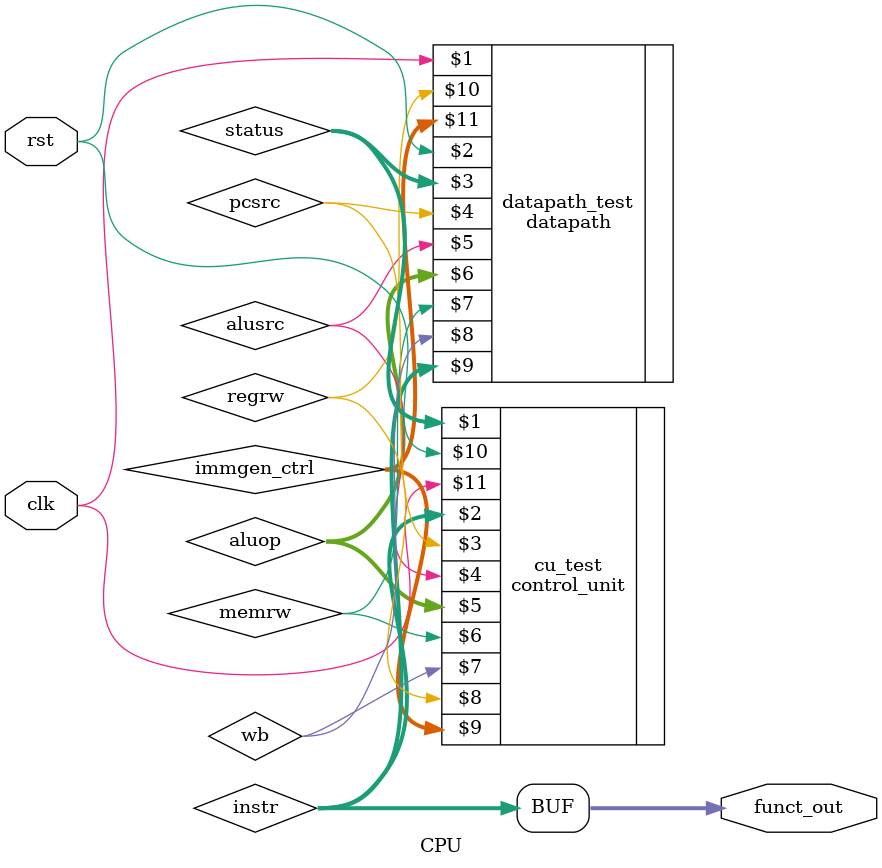
<source format=v>
module CPU (clk, rst, funct_out);

input clk, rst;
output[31:0] funct_out;

wire pcsrc, alusrc, memrw, wb, regrw;
wire[3:0] aluop;
wire[1:0] immgen_ctrl;
	
wire[4:0] status;
wire[31:0] instr;
	
	//module control_unit(status, instr, pcsrc, alusrc, aluop, memrw, wb, regrw, immgen_ctrl, rst, clk);
control_unit cu_test(status, instr, pcsrc, alusrc, aluop, memrw, wb, regrw, immgen_ctrl, rst, clk);
	//module datapath (clk, rst, status, pcsrc, alusrc, aluop, memrw, wb, instr, regrw, immgen_ctrl);
datapath datapath_test(clk, rst, status, pcsrc, alusrc, aluop, memrw, wb, instr, regrw, immgen_ctrl);

assign funct_out = instr;
endmodule

</source>
